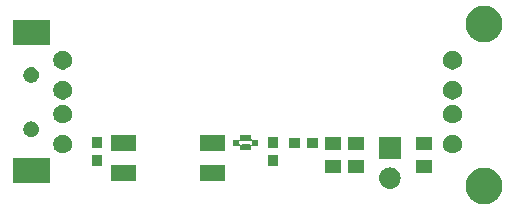
<source format=gbr>
G04 #@! TF.GenerationSoftware,KiCad,Pcbnew,(5.1.0-11-g23086decc)*
G04 #@! TF.CreationDate,2019-04-24T18:44:19+02:00*
G04 #@! TF.ProjectId,USB-EMI-Filter,5553422d-454d-4492-9d46-696c7465722e,rev?*
G04 #@! TF.SameCoordinates,Original*
G04 #@! TF.FileFunction,Soldermask,Top*
G04 #@! TF.FilePolarity,Negative*
%FSLAX46Y46*%
G04 Gerber Fmt 4.6, Leading zero omitted, Abs format (unit mm)*
G04 Created by KiCad (PCBNEW (5.1.0-11-g23086decc)) date 2019-04-24 18:44:19*
%MOMM*%
%LPD*%
G04 APERTURE LIST*
%ADD10C,0.100000*%
G04 APERTURE END LIST*
D10*
G36*
X166972585Y-122798802D02*
G01*
X167122410Y-122828604D01*
X167404674Y-122945521D01*
X167658705Y-123115259D01*
X167874741Y-123331295D01*
X168044479Y-123585326D01*
X168161396Y-123867590D01*
X168161396Y-123867591D01*
X168221000Y-124167239D01*
X168221000Y-124472761D01*
X168207426Y-124541000D01*
X168161396Y-124772410D01*
X168044479Y-125054674D01*
X167874741Y-125308705D01*
X167658705Y-125524741D01*
X167404674Y-125694479D01*
X167122410Y-125811396D01*
X166972585Y-125841198D01*
X166822761Y-125871000D01*
X166517239Y-125871000D01*
X166367415Y-125841198D01*
X166217590Y-125811396D01*
X165935326Y-125694479D01*
X165681295Y-125524741D01*
X165465259Y-125308705D01*
X165295521Y-125054674D01*
X165178604Y-124772410D01*
X165132574Y-124541000D01*
X165119000Y-124472761D01*
X165119000Y-124167239D01*
X165178604Y-123867591D01*
X165178604Y-123867590D01*
X165295521Y-123585326D01*
X165465259Y-123331295D01*
X165681295Y-123115259D01*
X165935326Y-122945521D01*
X166217590Y-122828604D01*
X166367415Y-122798802D01*
X166517239Y-122769000D01*
X166822761Y-122769000D01*
X166972585Y-122798802D01*
X166972585Y-122798802D01*
G37*
G36*
X158810443Y-122745519D02*
G01*
X158876627Y-122752037D01*
X159046466Y-122803557D01*
X159202991Y-122887222D01*
X159238729Y-122916552D01*
X159340186Y-122999814D01*
X159423448Y-123101271D01*
X159452778Y-123137009D01*
X159536443Y-123293534D01*
X159587963Y-123463373D01*
X159605359Y-123640000D01*
X159587963Y-123816627D01*
X159536443Y-123986466D01*
X159452778Y-124142991D01*
X159432878Y-124167239D01*
X159340186Y-124280186D01*
X159238729Y-124363448D01*
X159202991Y-124392778D01*
X159202989Y-124392779D01*
X159053355Y-124472761D01*
X159046466Y-124476443D01*
X158876627Y-124527963D01*
X158810443Y-124534481D01*
X158744260Y-124541000D01*
X158655740Y-124541000D01*
X158589557Y-124534481D01*
X158523373Y-124527963D01*
X158353534Y-124476443D01*
X158346646Y-124472761D01*
X158197011Y-124392779D01*
X158197009Y-124392778D01*
X158161271Y-124363448D01*
X158059814Y-124280186D01*
X157967122Y-124167239D01*
X157947222Y-124142991D01*
X157863557Y-123986466D01*
X157812037Y-123816627D01*
X157794641Y-123640000D01*
X157812037Y-123463373D01*
X157863557Y-123293534D01*
X157947222Y-123137009D01*
X157976552Y-123101271D01*
X158059814Y-122999814D01*
X158161271Y-122916552D01*
X158197009Y-122887222D01*
X158353534Y-122803557D01*
X158523373Y-122752037D01*
X158589557Y-122745519D01*
X158655740Y-122739000D01*
X158744260Y-122739000D01*
X158810443Y-122745519D01*
X158810443Y-122745519D01*
G37*
G36*
X129881000Y-124051000D02*
G01*
X126779000Y-124051000D01*
X126779000Y-121949000D01*
X129881000Y-121949000D01*
X129881000Y-124051000D01*
X129881000Y-124051000D01*
G37*
G36*
X137201000Y-123871000D02*
G01*
X135099000Y-123871000D01*
X135099000Y-122569000D01*
X137201000Y-122569000D01*
X137201000Y-123871000D01*
X137201000Y-123871000D01*
G37*
G36*
X144701000Y-123871000D02*
G01*
X142599000Y-123871000D01*
X142599000Y-122569000D01*
X144701000Y-122569000D01*
X144701000Y-123871000D01*
X144701000Y-123871000D01*
G37*
G36*
X162276000Y-123251000D02*
G01*
X160924000Y-123251000D01*
X160924000Y-122149000D01*
X162276000Y-122149000D01*
X162276000Y-123251000D01*
X162276000Y-123251000D01*
G37*
G36*
X156476000Y-123251000D02*
G01*
X155124000Y-123251000D01*
X155124000Y-122149000D01*
X156476000Y-122149000D01*
X156476000Y-123251000D01*
X156476000Y-123251000D01*
G37*
G36*
X154576000Y-123251000D02*
G01*
X153224000Y-123251000D01*
X153224000Y-122149000D01*
X154576000Y-122149000D01*
X154576000Y-123251000D01*
X154576000Y-123251000D01*
G37*
G36*
X149226000Y-122601000D02*
G01*
X148374000Y-122601000D01*
X148374000Y-121699000D01*
X149226000Y-121699000D01*
X149226000Y-122601000D01*
X149226000Y-122601000D01*
G37*
G36*
X134326000Y-122601000D02*
G01*
X133474000Y-122601000D01*
X133474000Y-121699000D01*
X134326000Y-121699000D01*
X134326000Y-122601000D01*
X134326000Y-122601000D01*
G37*
G36*
X159601000Y-122001000D02*
G01*
X157799000Y-122001000D01*
X157799000Y-120199000D01*
X159601000Y-120199000D01*
X159601000Y-122001000D01*
X159601000Y-122001000D01*
G37*
G36*
X164233642Y-119989781D02*
G01*
X164379414Y-120050162D01*
X164379416Y-120050163D01*
X164510608Y-120137822D01*
X164622178Y-120249392D01*
X164706439Y-120375499D01*
X164709838Y-120380586D01*
X164770219Y-120526358D01*
X164801000Y-120681107D01*
X164801000Y-120838893D01*
X164770219Y-120993642D01*
X164709838Y-121139414D01*
X164709837Y-121139416D01*
X164622178Y-121270608D01*
X164510608Y-121382178D01*
X164379416Y-121469837D01*
X164379415Y-121469838D01*
X164379414Y-121469838D01*
X164233642Y-121530219D01*
X164078893Y-121561000D01*
X163921107Y-121561000D01*
X163766358Y-121530219D01*
X163620586Y-121469838D01*
X163620585Y-121469838D01*
X163620584Y-121469837D01*
X163489392Y-121382178D01*
X163377822Y-121270608D01*
X163290163Y-121139416D01*
X163290162Y-121139414D01*
X163229781Y-120993642D01*
X163199000Y-120838893D01*
X163199000Y-120681107D01*
X163229781Y-120526358D01*
X163290162Y-120380586D01*
X163293561Y-120375499D01*
X163377822Y-120249392D01*
X163489392Y-120137822D01*
X163620584Y-120050163D01*
X163620586Y-120050162D01*
X163766358Y-119989781D01*
X163921107Y-119959000D01*
X164078893Y-119959000D01*
X164233642Y-119989781D01*
X164233642Y-119989781D01*
G37*
G36*
X131233642Y-119989781D02*
G01*
X131379414Y-120050162D01*
X131379416Y-120050163D01*
X131510608Y-120137822D01*
X131622178Y-120249392D01*
X131706439Y-120375499D01*
X131709838Y-120380586D01*
X131770219Y-120526358D01*
X131801000Y-120681107D01*
X131801000Y-120838893D01*
X131770219Y-120993642D01*
X131709838Y-121139414D01*
X131709837Y-121139416D01*
X131622178Y-121270608D01*
X131510608Y-121382178D01*
X131379416Y-121469837D01*
X131379415Y-121469838D01*
X131379414Y-121469838D01*
X131233642Y-121530219D01*
X131078893Y-121561000D01*
X130921107Y-121561000D01*
X130766358Y-121530219D01*
X130620586Y-121469838D01*
X130620585Y-121469838D01*
X130620584Y-121469837D01*
X130489392Y-121382178D01*
X130377822Y-121270608D01*
X130290163Y-121139416D01*
X130290162Y-121139414D01*
X130229781Y-120993642D01*
X130199000Y-120838893D01*
X130199000Y-120681107D01*
X130229781Y-120526358D01*
X130290162Y-120380586D01*
X130293561Y-120375499D01*
X130377822Y-120249392D01*
X130489392Y-120137822D01*
X130620584Y-120050163D01*
X130620586Y-120050162D01*
X130766358Y-119989781D01*
X130921107Y-119959000D01*
X131078893Y-119959000D01*
X131233642Y-119989781D01*
X131233642Y-119989781D01*
G37*
G36*
X144701000Y-121331000D02*
G01*
X142599000Y-121331000D01*
X142599000Y-120029000D01*
X144701000Y-120029000D01*
X144701000Y-121331000D01*
X144701000Y-121331000D01*
G37*
G36*
X137201000Y-121331000D02*
G01*
X135099000Y-121331000D01*
X135099000Y-120029000D01*
X137201000Y-120029000D01*
X137201000Y-121331000D01*
X137201000Y-121331000D01*
G37*
G36*
X146951000Y-119999001D02*
G01*
X146951000Y-120274001D01*
X146953402Y-120298387D01*
X146960515Y-120321836D01*
X146972066Y-120343447D01*
X146987611Y-120362389D01*
X147006553Y-120377934D01*
X147028164Y-120389485D01*
X147051613Y-120396598D01*
X147075999Y-120399000D01*
X147551000Y-120399000D01*
X147551000Y-120901000D01*
X147075999Y-120901000D01*
X147051613Y-120903402D01*
X147028164Y-120910515D01*
X147006553Y-120922066D01*
X146987611Y-120937611D01*
X146972066Y-120956553D01*
X146960515Y-120978164D01*
X146953402Y-121001613D01*
X146951000Y-121025999D01*
X146951000Y-121301000D01*
X146049000Y-121301000D01*
X146049000Y-121025999D01*
X146046598Y-121001613D01*
X146039485Y-120978164D01*
X146027934Y-120956553D01*
X146012389Y-120937611D01*
X145993447Y-120922066D01*
X145971836Y-120910515D01*
X145948387Y-120903402D01*
X145924001Y-120901000D01*
X145449000Y-120901000D01*
X145449000Y-120589997D01*
X145951000Y-120589997D01*
X145951000Y-120710002D01*
X145953402Y-120734388D01*
X145960515Y-120757837D01*
X145972066Y-120779448D01*
X145987611Y-120798390D01*
X146006553Y-120813935D01*
X146028164Y-120825486D01*
X146051613Y-120832599D01*
X146075999Y-120835001D01*
X146100385Y-120832599D01*
X146123834Y-120825486D01*
X146145445Y-120813935D01*
X146163644Y-120799000D01*
X146836356Y-120799000D01*
X146854555Y-120813935D01*
X146876166Y-120825486D01*
X146899615Y-120832599D01*
X146924001Y-120835001D01*
X146948387Y-120832599D01*
X146971836Y-120825486D01*
X146993447Y-120813935D01*
X147012389Y-120798390D01*
X147027934Y-120779448D01*
X147039485Y-120757837D01*
X147046598Y-120734388D01*
X147049000Y-120710002D01*
X147049000Y-120589997D01*
X147046598Y-120565611D01*
X147039485Y-120542162D01*
X147027934Y-120520551D01*
X147012389Y-120501609D01*
X146993447Y-120486064D01*
X146971836Y-120474513D01*
X146948387Y-120467400D01*
X146924001Y-120464998D01*
X146899615Y-120467400D01*
X146876166Y-120474513D01*
X146854555Y-120486064D01*
X146836355Y-120501000D01*
X146500000Y-120501000D01*
X146163644Y-120500999D01*
X146145445Y-120486064D01*
X146123834Y-120474513D01*
X146100385Y-120467400D01*
X146075999Y-120464998D01*
X146051613Y-120467400D01*
X146028164Y-120474513D01*
X146006553Y-120486064D01*
X145987611Y-120501609D01*
X145972066Y-120520551D01*
X145960515Y-120542162D01*
X145953402Y-120565611D01*
X145951000Y-120589997D01*
X145449000Y-120589997D01*
X145449000Y-120399000D01*
X145924001Y-120399000D01*
X145948387Y-120396598D01*
X145971836Y-120389485D01*
X145993447Y-120377934D01*
X146012389Y-120362389D01*
X146027934Y-120343447D01*
X146039485Y-120321836D01*
X146046598Y-120298387D01*
X146049000Y-120274001D01*
X146049000Y-119999000D01*
X146049001Y-119999000D01*
X146951000Y-119999001D01*
X146951000Y-119999001D01*
G37*
G36*
X156476000Y-121251000D02*
G01*
X155124000Y-121251000D01*
X155124000Y-120149000D01*
X156476000Y-120149000D01*
X156476000Y-121251000D01*
X156476000Y-121251000D01*
G37*
G36*
X162276000Y-121251000D02*
G01*
X160924000Y-121251000D01*
X160924000Y-120149000D01*
X162276000Y-120149000D01*
X162276000Y-121251000D01*
X162276000Y-121251000D01*
G37*
G36*
X154576000Y-121251000D02*
G01*
X153224000Y-121251000D01*
X153224000Y-120149000D01*
X154576000Y-120149000D01*
X154576000Y-121251000D01*
X154576000Y-121251000D01*
G37*
G36*
X149226000Y-121101000D02*
G01*
X148374000Y-121101000D01*
X148374000Y-120199000D01*
X149226000Y-120199000D01*
X149226000Y-121101000D01*
X149226000Y-121101000D01*
G37*
G36*
X134326000Y-121101000D02*
G01*
X133474000Y-121101000D01*
X133474000Y-120199000D01*
X134326000Y-120199000D01*
X134326000Y-121101000D01*
X134326000Y-121101000D01*
G37*
G36*
X152601000Y-121076000D02*
G01*
X151699000Y-121076000D01*
X151699000Y-120224000D01*
X152601000Y-120224000D01*
X152601000Y-121076000D01*
X152601000Y-121076000D01*
G37*
G36*
X151101000Y-121076000D02*
G01*
X150199000Y-121076000D01*
X150199000Y-120224000D01*
X151101000Y-120224000D01*
X151101000Y-121076000D01*
X151101000Y-121076000D01*
G37*
G36*
X128519890Y-118874017D02*
G01*
X128638364Y-118923091D01*
X128744988Y-118994335D01*
X128835665Y-119085012D01*
X128906909Y-119191636D01*
X128955983Y-119310110D01*
X128981000Y-119435882D01*
X128981000Y-119564118D01*
X128955983Y-119689890D01*
X128906909Y-119808364D01*
X128835665Y-119914988D01*
X128744988Y-120005665D01*
X128638364Y-120076909D01*
X128638363Y-120076910D01*
X128638362Y-120076910D01*
X128519890Y-120125983D01*
X128394119Y-120151000D01*
X128265881Y-120151000D01*
X128140110Y-120125983D01*
X128021638Y-120076910D01*
X128021637Y-120076910D01*
X128021636Y-120076909D01*
X127915012Y-120005665D01*
X127824335Y-119914988D01*
X127753091Y-119808364D01*
X127704017Y-119689890D01*
X127679000Y-119564118D01*
X127679000Y-119435882D01*
X127704017Y-119310110D01*
X127753091Y-119191636D01*
X127824335Y-119085012D01*
X127915012Y-118994335D01*
X128021636Y-118923091D01*
X128140110Y-118874017D01*
X128265881Y-118849000D01*
X128394119Y-118849000D01*
X128519890Y-118874017D01*
X128519890Y-118874017D01*
G37*
G36*
X131233642Y-117449781D02*
G01*
X131379414Y-117510162D01*
X131379416Y-117510163D01*
X131510608Y-117597822D01*
X131622178Y-117709392D01*
X131709837Y-117840584D01*
X131709838Y-117840586D01*
X131770219Y-117986358D01*
X131801000Y-118141107D01*
X131801000Y-118298893D01*
X131770219Y-118453642D01*
X131709838Y-118599414D01*
X131709837Y-118599416D01*
X131622178Y-118730608D01*
X131510608Y-118842178D01*
X131379416Y-118929837D01*
X131379415Y-118929838D01*
X131379414Y-118929838D01*
X131233642Y-118990219D01*
X131078893Y-119021000D01*
X130921107Y-119021000D01*
X130766358Y-118990219D01*
X130620586Y-118929838D01*
X130620585Y-118929838D01*
X130620584Y-118929837D01*
X130489392Y-118842178D01*
X130377822Y-118730608D01*
X130290163Y-118599416D01*
X130290162Y-118599414D01*
X130229781Y-118453642D01*
X130199000Y-118298893D01*
X130199000Y-118141107D01*
X130229781Y-117986358D01*
X130290162Y-117840586D01*
X130290163Y-117840584D01*
X130377822Y-117709392D01*
X130489392Y-117597822D01*
X130620584Y-117510163D01*
X130620586Y-117510162D01*
X130766358Y-117449781D01*
X130921107Y-117419000D01*
X131078893Y-117419000D01*
X131233642Y-117449781D01*
X131233642Y-117449781D01*
G37*
G36*
X164233642Y-117449781D02*
G01*
X164379414Y-117510162D01*
X164379416Y-117510163D01*
X164510608Y-117597822D01*
X164622178Y-117709392D01*
X164709837Y-117840584D01*
X164709838Y-117840586D01*
X164770219Y-117986358D01*
X164801000Y-118141107D01*
X164801000Y-118298893D01*
X164770219Y-118453642D01*
X164709838Y-118599414D01*
X164709837Y-118599416D01*
X164622178Y-118730608D01*
X164510608Y-118842178D01*
X164379416Y-118929837D01*
X164379415Y-118929838D01*
X164379414Y-118929838D01*
X164233642Y-118990219D01*
X164078893Y-119021000D01*
X163921107Y-119021000D01*
X163766358Y-118990219D01*
X163620586Y-118929838D01*
X163620585Y-118929838D01*
X163620584Y-118929837D01*
X163489392Y-118842178D01*
X163377822Y-118730608D01*
X163290163Y-118599416D01*
X163290162Y-118599414D01*
X163229781Y-118453642D01*
X163199000Y-118298893D01*
X163199000Y-118141107D01*
X163229781Y-117986358D01*
X163290162Y-117840586D01*
X163290163Y-117840584D01*
X163377822Y-117709392D01*
X163489392Y-117597822D01*
X163620584Y-117510163D01*
X163620586Y-117510162D01*
X163766358Y-117449781D01*
X163921107Y-117419000D01*
X164078893Y-117419000D01*
X164233642Y-117449781D01*
X164233642Y-117449781D01*
G37*
G36*
X131233642Y-115419781D02*
G01*
X131371563Y-115476910D01*
X131379416Y-115480163D01*
X131510608Y-115567822D01*
X131622178Y-115679392D01*
X131709837Y-115810584D01*
X131709838Y-115810586D01*
X131770219Y-115956358D01*
X131801000Y-116111107D01*
X131801000Y-116268893D01*
X131770219Y-116423642D01*
X131709838Y-116569414D01*
X131709837Y-116569416D01*
X131622178Y-116700608D01*
X131510608Y-116812178D01*
X131379416Y-116899837D01*
X131379415Y-116899838D01*
X131379414Y-116899838D01*
X131233642Y-116960219D01*
X131078893Y-116991000D01*
X130921107Y-116991000D01*
X130766358Y-116960219D01*
X130620586Y-116899838D01*
X130620585Y-116899838D01*
X130620584Y-116899837D01*
X130489392Y-116812178D01*
X130377822Y-116700608D01*
X130290163Y-116569416D01*
X130290162Y-116569414D01*
X130229781Y-116423642D01*
X130199000Y-116268893D01*
X130199000Y-116111107D01*
X130229781Y-115956358D01*
X130290162Y-115810586D01*
X130290163Y-115810584D01*
X130377822Y-115679392D01*
X130489392Y-115567822D01*
X130620584Y-115480163D01*
X130628437Y-115476910D01*
X130766358Y-115419781D01*
X130921107Y-115389000D01*
X131078893Y-115389000D01*
X131233642Y-115419781D01*
X131233642Y-115419781D01*
G37*
G36*
X164233642Y-115419781D02*
G01*
X164371563Y-115476910D01*
X164379416Y-115480163D01*
X164510608Y-115567822D01*
X164622178Y-115679392D01*
X164709837Y-115810584D01*
X164709838Y-115810586D01*
X164770219Y-115956358D01*
X164801000Y-116111107D01*
X164801000Y-116268893D01*
X164770219Y-116423642D01*
X164709838Y-116569414D01*
X164709837Y-116569416D01*
X164622178Y-116700608D01*
X164510608Y-116812178D01*
X164379416Y-116899837D01*
X164379415Y-116899838D01*
X164379414Y-116899838D01*
X164233642Y-116960219D01*
X164078893Y-116991000D01*
X163921107Y-116991000D01*
X163766358Y-116960219D01*
X163620586Y-116899838D01*
X163620585Y-116899838D01*
X163620584Y-116899837D01*
X163489392Y-116812178D01*
X163377822Y-116700608D01*
X163290163Y-116569416D01*
X163290162Y-116569414D01*
X163229781Y-116423642D01*
X163199000Y-116268893D01*
X163199000Y-116111107D01*
X163229781Y-115956358D01*
X163290162Y-115810586D01*
X163290163Y-115810584D01*
X163377822Y-115679392D01*
X163489392Y-115567822D01*
X163620584Y-115480163D01*
X163628437Y-115476910D01*
X163766358Y-115419781D01*
X163921107Y-115389000D01*
X164078893Y-115389000D01*
X164233642Y-115419781D01*
X164233642Y-115419781D01*
G37*
G36*
X128519890Y-114274017D02*
G01*
X128638364Y-114323091D01*
X128744988Y-114394335D01*
X128835665Y-114485012D01*
X128906909Y-114591636D01*
X128955983Y-114710110D01*
X128981000Y-114835882D01*
X128981000Y-114964118D01*
X128955983Y-115089890D01*
X128906909Y-115208364D01*
X128835665Y-115314988D01*
X128744988Y-115405665D01*
X128638364Y-115476909D01*
X128638363Y-115476910D01*
X128638362Y-115476910D01*
X128519890Y-115525983D01*
X128394119Y-115551000D01*
X128265881Y-115551000D01*
X128140110Y-115525983D01*
X128021638Y-115476910D01*
X128021637Y-115476910D01*
X128021636Y-115476909D01*
X127915012Y-115405665D01*
X127824335Y-115314988D01*
X127753091Y-115208364D01*
X127704017Y-115089890D01*
X127679000Y-114964118D01*
X127679000Y-114835882D01*
X127704017Y-114710110D01*
X127753091Y-114591636D01*
X127824335Y-114485012D01*
X127915012Y-114394335D01*
X128021636Y-114323091D01*
X128140110Y-114274017D01*
X128265881Y-114249000D01*
X128394119Y-114249000D01*
X128519890Y-114274017D01*
X128519890Y-114274017D01*
G37*
G36*
X164233642Y-112879781D02*
G01*
X164379414Y-112940162D01*
X164379416Y-112940163D01*
X164510608Y-113027822D01*
X164622178Y-113139392D01*
X164709837Y-113270584D01*
X164709838Y-113270586D01*
X164770219Y-113416358D01*
X164801000Y-113571107D01*
X164801000Y-113728893D01*
X164770219Y-113883642D01*
X164709838Y-114029414D01*
X164709837Y-114029416D01*
X164622178Y-114160608D01*
X164510608Y-114272178D01*
X164379416Y-114359837D01*
X164379415Y-114359838D01*
X164379414Y-114359838D01*
X164233642Y-114420219D01*
X164078893Y-114451000D01*
X163921107Y-114451000D01*
X163766358Y-114420219D01*
X163620586Y-114359838D01*
X163620585Y-114359838D01*
X163620584Y-114359837D01*
X163489392Y-114272178D01*
X163377822Y-114160608D01*
X163290163Y-114029416D01*
X163290162Y-114029414D01*
X163229781Y-113883642D01*
X163199000Y-113728893D01*
X163199000Y-113571107D01*
X163229781Y-113416358D01*
X163290162Y-113270586D01*
X163290163Y-113270584D01*
X163377822Y-113139392D01*
X163489392Y-113027822D01*
X163620584Y-112940163D01*
X163620586Y-112940162D01*
X163766358Y-112879781D01*
X163921107Y-112849000D01*
X164078893Y-112849000D01*
X164233642Y-112879781D01*
X164233642Y-112879781D01*
G37*
G36*
X131233642Y-112879781D02*
G01*
X131379414Y-112940162D01*
X131379416Y-112940163D01*
X131510608Y-113027822D01*
X131622178Y-113139392D01*
X131709837Y-113270584D01*
X131709838Y-113270586D01*
X131770219Y-113416358D01*
X131801000Y-113571107D01*
X131801000Y-113728893D01*
X131770219Y-113883642D01*
X131709838Y-114029414D01*
X131709837Y-114029416D01*
X131622178Y-114160608D01*
X131510608Y-114272178D01*
X131379416Y-114359837D01*
X131379415Y-114359838D01*
X131379414Y-114359838D01*
X131233642Y-114420219D01*
X131078893Y-114451000D01*
X130921107Y-114451000D01*
X130766358Y-114420219D01*
X130620586Y-114359838D01*
X130620585Y-114359838D01*
X130620584Y-114359837D01*
X130489392Y-114272178D01*
X130377822Y-114160608D01*
X130290163Y-114029416D01*
X130290162Y-114029414D01*
X130229781Y-113883642D01*
X130199000Y-113728893D01*
X130199000Y-113571107D01*
X130229781Y-113416358D01*
X130290162Y-113270586D01*
X130290163Y-113270584D01*
X130377822Y-113139392D01*
X130489392Y-113027822D01*
X130620584Y-112940163D01*
X130620586Y-112940162D01*
X130766358Y-112879781D01*
X130921107Y-112849000D01*
X131078893Y-112849000D01*
X131233642Y-112879781D01*
X131233642Y-112879781D01*
G37*
G36*
X129881000Y-112351000D02*
G01*
X126779000Y-112351000D01*
X126779000Y-110249000D01*
X129881000Y-110249000D01*
X129881000Y-112351000D01*
X129881000Y-112351000D01*
G37*
G36*
X166972585Y-109078802D02*
G01*
X167122410Y-109108604D01*
X167404674Y-109225521D01*
X167658705Y-109395259D01*
X167874741Y-109611295D01*
X168044479Y-109865326D01*
X168161396Y-110147590D01*
X168221000Y-110447240D01*
X168221000Y-110752760D01*
X168161396Y-111052410D01*
X168044479Y-111334674D01*
X167874741Y-111588705D01*
X167658705Y-111804741D01*
X167404674Y-111974479D01*
X167122410Y-112091396D01*
X166972585Y-112121198D01*
X166822761Y-112151000D01*
X166517239Y-112151000D01*
X166367415Y-112121198D01*
X166217590Y-112091396D01*
X165935326Y-111974479D01*
X165681295Y-111804741D01*
X165465259Y-111588705D01*
X165295521Y-111334674D01*
X165178604Y-111052410D01*
X165119000Y-110752760D01*
X165119000Y-110447240D01*
X165178604Y-110147590D01*
X165295521Y-109865326D01*
X165465259Y-109611295D01*
X165681295Y-109395259D01*
X165935326Y-109225521D01*
X166217590Y-109108604D01*
X166367415Y-109078802D01*
X166517239Y-109049000D01*
X166822761Y-109049000D01*
X166972585Y-109078802D01*
X166972585Y-109078802D01*
G37*
M02*

</source>
